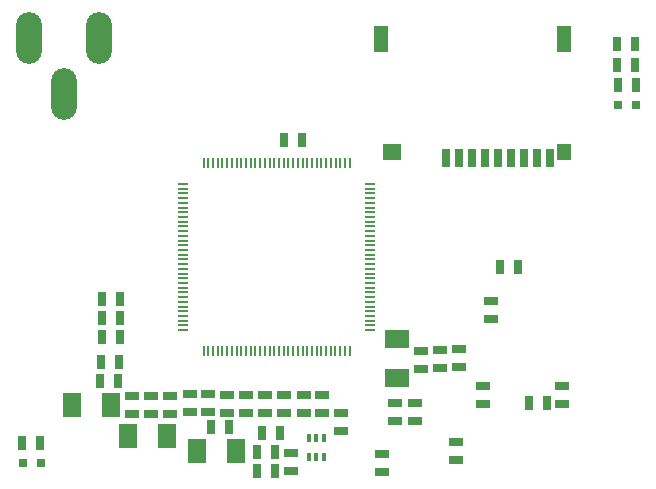
<source format=gtp>
G04 (created by PCBNEW-RS274X (2011-01-25 BZR 2758)-stable) date Mon 25 Apr 2011 03:55:26 PM COT*
G01*
G70*
G90*
%MOIN*%
G04 Gerber Fmt 3.4, Leading zero omitted, Abs format*
%FSLAX34Y34*%
G04 APERTURE LIST*
%ADD10C,0.006000*%
%ADD11O,0.085900X0.171900*%
%ADD12R,0.011800X0.027500*%
%ADD13R,0.031400X0.031400*%
%ADD14R,0.035000X0.008000*%
%ADD15R,0.008000X0.035000*%
%ADD16R,0.026000X0.062000*%
%ADD17R,0.062000X0.054000*%
%ADD18R,0.046000X0.086000*%
%ADD19R,0.046000X0.054000*%
%ADD20R,0.025000X0.045000*%
%ADD21R,0.045000X0.025000*%
%ADD22R,0.060000X0.080000*%
%ADD23R,0.080000X0.060000*%
G04 APERTURE END LIST*
G54D10*
G54D11*
X46524Y-33307D03*
X47705Y-35196D03*
X48886Y-33307D03*
G54D12*
X56375Y-46644D03*
X56120Y-46644D03*
X55865Y-46644D03*
X55865Y-47272D03*
X56120Y-47272D03*
X56375Y-47272D03*
G54D13*
X46347Y-47492D03*
X46937Y-47492D03*
X66177Y-35555D03*
X66767Y-35555D03*
G54D14*
X57919Y-43054D03*
G54D15*
X57228Y-37495D03*
G54D14*
X51669Y-38186D03*
G54D15*
X52360Y-43745D03*
G54D14*
X57919Y-42897D03*
G54D15*
X57071Y-37495D03*
G54D14*
X51669Y-38343D03*
G54D15*
X52517Y-43745D03*
G54D14*
X57919Y-42740D03*
G54D15*
X56914Y-37495D03*
G54D14*
X51669Y-38500D03*
G54D15*
X52674Y-43745D03*
G54D14*
X57919Y-42583D03*
G54D15*
X56757Y-37495D03*
G54D14*
X51669Y-38657D03*
G54D15*
X52831Y-43745D03*
G54D14*
X57919Y-42426D03*
G54D15*
X56600Y-37495D03*
G54D14*
X51669Y-38814D03*
G54D15*
X52988Y-43745D03*
G54D14*
X57919Y-42269D03*
G54D15*
X56443Y-37495D03*
G54D14*
X51669Y-38971D03*
G54D15*
X53145Y-43745D03*
G54D14*
X57919Y-42112D03*
G54D15*
X56286Y-37495D03*
G54D14*
X51669Y-39128D03*
G54D15*
X53302Y-43745D03*
G54D14*
X57919Y-41955D03*
G54D15*
X56129Y-37495D03*
G54D14*
X51669Y-39285D03*
G54D15*
X53459Y-43745D03*
G54D14*
X57919Y-41798D03*
G54D15*
X55972Y-37495D03*
G54D14*
X51669Y-39442D03*
G54D15*
X53616Y-43745D03*
G54D14*
X57919Y-41641D03*
G54D15*
X55815Y-37495D03*
G54D14*
X51669Y-39599D03*
G54D15*
X53773Y-43745D03*
G54D14*
X57919Y-41484D03*
G54D15*
X55658Y-37495D03*
G54D14*
X51669Y-39756D03*
G54D15*
X53930Y-43745D03*
G54D14*
X57919Y-41327D03*
G54D15*
X55501Y-37495D03*
G54D14*
X51669Y-39913D03*
G54D15*
X54087Y-43745D03*
G54D14*
X57919Y-41170D03*
G54D15*
X55344Y-37495D03*
G54D14*
X51669Y-40070D03*
G54D15*
X54244Y-43745D03*
G54D14*
X57919Y-41013D03*
G54D15*
X55187Y-37495D03*
G54D14*
X51669Y-40227D03*
G54D15*
X54401Y-43745D03*
G54D14*
X57919Y-40856D03*
G54D15*
X55030Y-37495D03*
G54D14*
X51669Y-40384D03*
G54D15*
X54558Y-43745D03*
G54D14*
X57919Y-40699D03*
G54D15*
X54873Y-37495D03*
G54D14*
X51669Y-40541D03*
G54D15*
X54715Y-43745D03*
G54D14*
X57919Y-40542D03*
G54D15*
X54716Y-37495D03*
G54D14*
X51669Y-40698D03*
G54D15*
X54872Y-43745D03*
G54D14*
X57919Y-40385D03*
G54D15*
X54559Y-37495D03*
G54D14*
X51669Y-40855D03*
G54D15*
X55029Y-43745D03*
G54D14*
X57919Y-40228D03*
G54D15*
X54402Y-37495D03*
G54D14*
X51669Y-41012D03*
G54D15*
X55186Y-43745D03*
G54D14*
X57919Y-40071D03*
G54D15*
X54245Y-37495D03*
G54D14*
X51669Y-41169D03*
G54D15*
X55343Y-43745D03*
G54D14*
X57919Y-39914D03*
G54D15*
X54088Y-37495D03*
G54D14*
X51669Y-41326D03*
G54D15*
X55500Y-43745D03*
G54D14*
X57919Y-39757D03*
G54D15*
X53931Y-37495D03*
G54D14*
X51669Y-41483D03*
G54D15*
X55657Y-43745D03*
G54D14*
X57919Y-39600D03*
G54D15*
X53774Y-37495D03*
G54D14*
X51669Y-41640D03*
G54D15*
X55814Y-43745D03*
G54D14*
X57919Y-39443D03*
G54D15*
X53617Y-37495D03*
G54D14*
X51669Y-41797D03*
G54D15*
X55971Y-43745D03*
G54D14*
X57919Y-39286D03*
G54D15*
X53460Y-37495D03*
G54D14*
X51669Y-41954D03*
G54D15*
X56128Y-43745D03*
G54D14*
X57919Y-39129D03*
G54D15*
X53303Y-37495D03*
G54D14*
X51669Y-42111D03*
G54D15*
X56285Y-43745D03*
G54D14*
X57919Y-38972D03*
G54D15*
X53146Y-37495D03*
G54D14*
X51669Y-42268D03*
G54D15*
X56442Y-43745D03*
G54D14*
X57919Y-38815D03*
G54D15*
X52989Y-37495D03*
G54D14*
X51669Y-42425D03*
G54D15*
X56599Y-43745D03*
G54D14*
X57919Y-38658D03*
G54D15*
X52832Y-37495D03*
G54D14*
X51669Y-42582D03*
G54D15*
X56756Y-43745D03*
G54D14*
X57919Y-38501D03*
G54D15*
X52675Y-37495D03*
G54D14*
X51669Y-42739D03*
G54D15*
X56913Y-43745D03*
G54D14*
X57919Y-38344D03*
G54D15*
X52518Y-37495D03*
G54D14*
X51669Y-42896D03*
G54D15*
X57070Y-43745D03*
G54D14*
X57919Y-38187D03*
G54D15*
X52361Y-37495D03*
G54D14*
X51669Y-43053D03*
G54D15*
X57227Y-43745D03*
G54D16*
X60440Y-37321D03*
X60870Y-37321D03*
X61300Y-37321D03*
X61740Y-37321D03*
X62170Y-37321D03*
X62600Y-37321D03*
X63040Y-37321D03*
X63470Y-37321D03*
X63900Y-37321D03*
G54D17*
X58630Y-37121D03*
G54D18*
X58270Y-33341D03*
X64370Y-33341D03*
G54D19*
X64380Y-37121D03*
G54D20*
X66153Y-34224D03*
X66753Y-34224D03*
X66761Y-34898D03*
X66161Y-34898D03*
X46306Y-46803D03*
X46906Y-46803D03*
G54D21*
X58752Y-46087D03*
X58752Y-45487D03*
G54D20*
X49540Y-44102D03*
X48940Y-44102D03*
X62843Y-40953D03*
X62243Y-40953D03*
G54D22*
X49844Y-46595D03*
X51144Y-46595D03*
X52144Y-47095D03*
X53444Y-47095D03*
X49269Y-45545D03*
X47969Y-45545D03*
G54D23*
X58809Y-43348D03*
X58809Y-44648D03*
G54D21*
X56319Y-45220D03*
X56319Y-45820D03*
X54394Y-45220D03*
X54394Y-45820D03*
X53144Y-45220D03*
X53144Y-45820D03*
G54D20*
X52619Y-46295D03*
X53219Y-46295D03*
G54D21*
X52519Y-45195D03*
X52519Y-45795D03*
X49969Y-45245D03*
X49969Y-45845D03*
X51244Y-45245D03*
X51244Y-45845D03*
X53769Y-45220D03*
X53769Y-45820D03*
X50619Y-45245D03*
X50619Y-45845D03*
X51894Y-45170D03*
X51894Y-45770D03*
G54D20*
X49569Y-42020D03*
X48969Y-42020D03*
G54D21*
X55044Y-45220D03*
X55044Y-45820D03*
G54D20*
X49494Y-44745D03*
X48894Y-44745D03*
G54D21*
X60860Y-43678D03*
X60860Y-44278D03*
X60234Y-43717D03*
X60234Y-44317D03*
G54D20*
X49585Y-43269D03*
X48985Y-43269D03*
X55054Y-36712D03*
X55654Y-36712D03*
X49569Y-42645D03*
X48969Y-42645D03*
G54D21*
X59620Y-43741D03*
X59620Y-44341D03*
X64315Y-44920D03*
X64315Y-45520D03*
X61669Y-44920D03*
X61669Y-45520D03*
X55277Y-47151D03*
X55277Y-47751D03*
G54D20*
X54731Y-47132D03*
X54131Y-47132D03*
X54746Y-47738D03*
X54146Y-47738D03*
G54D21*
X58300Y-47780D03*
X58300Y-47180D03*
X55694Y-45220D03*
X55694Y-45820D03*
X56938Y-45832D03*
X56938Y-46432D03*
G54D20*
X54319Y-46495D03*
X54919Y-46495D03*
X63204Y-45484D03*
X63804Y-45484D03*
G54D21*
X61929Y-42670D03*
X61929Y-42070D03*
X60783Y-46783D03*
X60783Y-47383D03*
X59406Y-45487D03*
X59406Y-46087D03*
G54D20*
X66153Y-33520D03*
X66753Y-33520D03*
M02*

</source>
